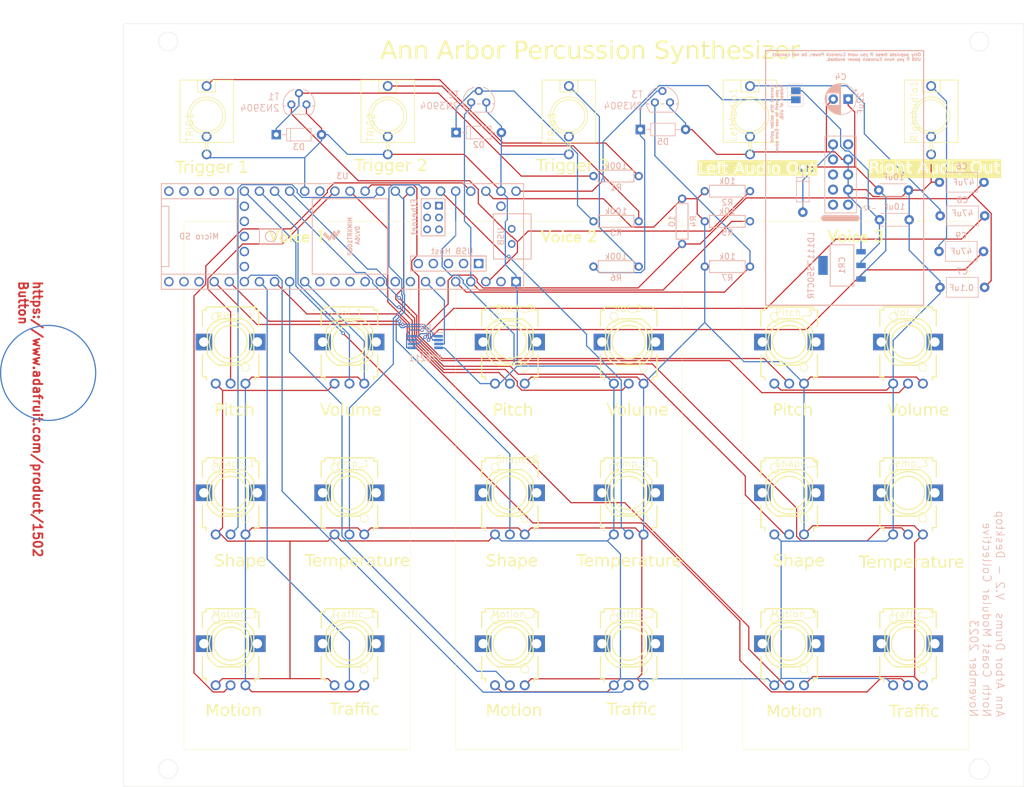
<source format=kicad_pcb>
(kicad_pcb (version 20221018) (generator pcbnew)
  (layers (0 "F.Cu" signal) (31 "B.Cu" signal) (34 "B.Paste" user) (35 "F.Paste" user) (36 "B.SilkS" user "B.Silkscreen") (37 "F.SilkS" user "F.Silkscreen") (38 "B.Mask" user) (39 "F.Mask" user) (44 "Edge.Cuts" user))
  (net 0 "")
  (net 1 "GND")
  (net 2 "Net-(U2-VDD)")
  (net 3 "Net-(U2-LCH)")
  (net 4 "LeftAudio")
  (net 5 "Net-(U2-RCH)")
  (net 6 "RightAudio")
  (net 7 "Motion1")
  (net 8 "3v3")
  (net 9 "Motion2")
  (net 10 "Motion3")
  (net 11 "Pitch1")
  (net 12 "Pitch2")
  (net 13 "Pitch3")
  (net 14 "Net-(TRIG1-2)")
  (net 15 "Trig_1")
  (net 16 "Net-(TRIG2-2)")
  (net 17 "Trig_2")
  (net 18 "Net-(TRIG3-2)")
  (net 19 "Trig_3")
  (net 20 "Shape1")
  (net 21 "Shape2")
  (net 22 "Shape3")
  (net 23 "Temp1")
  (net 24 "Temp2")
  (net 25 "Temp3")
  (net 26 "Traffic1")
  (net 27 "Traffic2")
  (net 28 "Traffic3")
  (net 32 "BLCK")
  (net 33 "WS")
  (net 34 "DIN")
  (net 42 "Net-(Connect_For_Euro_Power1-B)")
  (net 52 "Vol_01")
  (net 53 "Vol_02")
  (net 54 "Vol_03")
  (net 79 "Net-(D5-K)")
  (net 80 "Net-(D2-K)")
  (net 81 "Net-(D3-K)")
  (net 82 "+12V")
  (net 83 "+5V")
  (net 84 "-12V")
  (net 89 "Net-(D4-A)")
  (footprint "A2 Drums:EVUFXL" (layer "F.Cu") (at 112 79)
    (fp_text reference "Shape_3")
    (fp_text value "US-EVUL")
  )
  (footprint "A2 Drums:EVUFXL" (layer "F.Cu") (at 65 53.6)
    (fp_text reference "Pitch_2")
    (fp_text value "US-EVUL")
  )
  (footprint "A2 Drums:WQP-PJ301M-12_JACK" (layer "F.Cu") (at 135.89 15.5)
    (fp_text reference "RightAudio1")
    (fp_text value "RightAudio")
  )
  (footprint "A2 Drums:WQP-PJ301M-12_JACK" (layer "F.Cu") (at 74.93 15.5)
    (fp_text reference "TRIG3")
    (fp_text value "Trigger 03")
  )
  (footprint "A2 Drums:EVUFXL" (layer "F.Cu") (at 38 79)
    (fp_text reference "Temp_1")
    (fp_text value "US-EVUL")
  )
  (footprint "A2 Drums:EVUFXL" (layer "F.Cu") (at 38 53.6)
    (fp_text reference "Vol_1")
    (fp_text value "US-EVUL")
  )
  (footprint "A2 Drums:EVUFXL" (layer "F.Cu") (at 85 79)
    (fp_text reference "Temp_2")
    (fp_text value "US-EVUL")
  )
  (footprint "A2 Drums:EVUFXL" (layer "F.Cu") (at 65 104.4)
    (fp_text reference "Motion_2")
    (fp_text value "US-EVUL")
  )
  (footprint "A2 Drums:WQP-PJ301M-12_JACK" (layer "F.Cu") (at 105.41 15.5)
    (fp_text reference "LeftAudio1")
    (fp_text value "LeftAudio")
  )
  (footprint "A2 Drums:EVUFXL" (layer "F.Cu") (at 18 104.4)
    (fp_text reference "Motion_1")
    (fp_text value "US-EVUL")
  )
  (footprint "A2 Drums:EVUFXL" (layer "F.Cu") (at 132 79)
    (fp_text reference "Temp_3")
    (fp_text value "US-EVUL")
  )
  (footprint "A2 Drums:EVUFXL" (layer "F.Cu") (at 38 104.4)
    (fp_text reference "Traffic_1")
    (fp_text value "US-EVUL")
  )
  (footprint "A2 Drums:EVUFXL" (layer "F.Cu") (at 85 53.6)
    (fp_text reference "Vol_2")
    (fp_text value "US-EVUL")
  )
  (footprint "A2 Drums:WQP-PJ301M-12_JACK" (layer "F.Cu") (at 13.97 15.5)
    (fp_text reference "TRIG1")
    (fp_text value "Trigger 01")
  )
  (footprint "A2 Drums:EVUFXL" (layer "F.Cu") (at 18 53.6)
    (fp_text reference "Pitch_1")
    (fp_text value "US-EVUL")
  )
  (footprint "A2 Drums:EVUFXL" (layer "F.Cu") (at 132 53.6)
    (fp_text reference "Vol_3")
    (fp_text value "US-EVUL")
  )
  (footprint "A2 Drums:EVUFXL" (layer "F.Cu") (at 18 79)
    (fp_text reference "Shape_1")
    (fp_text value "US-EVUL")
  )
  (footprint "A2 Drums:WQP-PJ301M-12_JACK" (layer "F.Cu") (at 44.45 15.5)
    (fp_text reference "TRIG2")
    (fp_text value "Trigger 02")
  )
  (footprint "A2 Drums:EVUFXL" (layer "F.Cu") (at 112 104.4)
    (fp_text reference "Motion_3")
    (fp_text value "US-EVUL")
  )
  (footprint "A2 Drums:EVUFXL" (layer "F.Cu") (at 132 104.4)
    (fp_text reference "Traffic_3")
    (fp_text value "US-EVUL" hide)
  )
  (footprint "A2 Drums:EVUFXL" (layer "F.Cu") (at 65 79)
    (fp_text reference "Shape_2")
    (fp_text value "US-EVUL")
  )
  (footprint "A2 Drums:EVUFXL" (layer "F.Cu") (at 112 53.6)
    (fp_text reference "Pitch_3")
    (fp_text value "US-EVUL")
  )
  (footprint "A2 Drums:EVUFXL" (layer "F.Cu") (at 85 104.4)
    (fp_text reference "Traffic_2")
    (fp_text value "US-EVUL")
  )
  (footprint "Package_SO:VSSOP-8_3.0x3.0mm_P0.65mm" (layer "B.Cu") (at 50.8 53.6 180)
    (fp_text reference "U2")
    (fp_text value "PT8211")
  )
  (footprint "Capacitor_THT:C_Disc_D4.3mm_W1.9mm_P5.00mm" (layer "B.Cu") (at 127.1905 33.0171)
    (fp_text reference "C3" hide)
    (fp_text value "10uF")
  )
  (footprint "PCM_4ms_Connector:Pins_2x05_2.54mm_TH_Europower" (layer "B.Cu") (at 120.65 25.4 180)
    (fp_text reference "J1" hide)
    (fp_text value "Eurorack_Power_10pin_Unshrouded" hide)
  )
  (footprint "A2 Drums:TO92" (layer "B.Cu") (at 59.7604 13.2476 180)
    (fp_text reference "T2")
    (fp_text value "2N3904")
  )
  (footprint "PCM_4ms_Diode:D_DO-35_P7.62mm_Horizontal" (layer "B.Cu") (at 59.7604 18.3276)
    (fp_text reference "D2")
    (fp_text value "DIODESOD-123" hide)
  )
  (footprint "Capacitor_THT:C_Disc_D4.3mm_W1.9mm_P5.00mm" (layer "B.Cu") (at 127.08 28.02)
    (fp_text reference "C2" hide)
    (fp_text value "10uF")
  )
  (footprint "Capacitor_THT:C_Axial_L5.1mm_D3.1mm_P7.50mm_Horizontal" (layer "B.Cu") (at 144.8798 44.3887 180)
    (fp_text reference "C7")
    (fp_text value "0.1uF")
  )
  (footprint "PCM_4ms_Resistor:R_Axial_DIN0207_L6.3mm_D2.5mm_P7.62mm_Horizontal" (layer "B.Cu") (at 101.6 33.28 180)
    (fp_text reference "R5")
    (fp_text value "10k")
  )
  (footprint "PCM_4ms_Resistor:R_Axial_DIN0207_L6.3mm_D2.5mm_P7.62mm_Horizontal" (layer "B.Cu") (at 82.87 33.28 180)
    (fp_text reference "R3")
    (fp_text value "100k")
  )
  (footprint "Capacitor_THT:C_Axial_L5.1mm_D3.1mm_P7.50mm_Horizontal" (layer "B.Cu") (at 144.9073 32.3571 180)
    (fp_text reference "C8")
    (fp_text value "47uF")
  )
  (footprint "PCM_4ms_Resistor:R_Axial_DIN0207_L6.3mm_D2.5mm_P7.62mm_Horizontal" (layer "B.Cu") (at 82.87 25.66 180)
    (fp_text reference "R1")
    (fp_text value "100k")
  )
  (footprint "Capacitor_THT:C_Axial_L5.1mm_D3.1mm_P7.50mm_Horizontal" (layer "B.Cu") (at 144.78 26.69 180)
    (fp_text reference "C6")
    (fp_text value "47uF")
  )
  (footprint "A2 Drums:TO92" (layer "B.Cu") (at 29.4976 13.6043 180)
    (fp_text reference "T1")
    (fp_text value "2N3904")
  )
  (footprint "PCM_4ms_Resistor:R_Axial_DIN0207_L6.3mm_D2.5mm_P7.62mm_Horizontal" (layer "B.Cu") (at 101.6 40.9 180)
    (fp_text reference "R7")
    (fp_text value "10k")
  )
  (footprint "PCM_4ms_Resistor:R_Axial_DIN0207_L6.3mm_D2.5mm_P7.62mm_Horizontal" (layer "B.Cu") (at 93.98 33.28 -90)
    (fp_text reference "R4")
    (fp_text value "10")
  )
  (footprint "teensy:Teensy41" (layer "B.Cu") (at 36.83 35.82 180)
    (fp_text reference "U3")
    (fp_text value "Teensy4.1")
  )
  (footprint "PCM_4ms_SolderJumper:JUMPER_SMD_1x2" (layer "B.Cu") (at 113.1173 12.0458 -90)
    (fp_text reference "Connect_For_Euro_Power1" hide)
    (fp_text value "SolderJumper_2_Open")
  )
  (footprint "Capacitor_THT:CP_Radial_D5.0mm_P2.50mm" (layer "B.Cu") (at 121.92 12.7 180)
    (fp_text reference "C4")
    (fp_text value "22uF")
  )
  (footprint "Capacitor_THT:C_Axial_L5.1mm_D3.1mm_P7.50mm_Horizontal" (layer "B.Cu") (at 144.7079 38.3396 180)
    (fp_text reference "C9")
    (fp_text value "47uF")
  )
  (footprint "PCM_4ms_Diode:D_DO-35_P7.62mm_Horizontal" (layer "B.Cu") (at 29.4976 18.6843)
    (fp_text reference "D3")
    (fp_text value "DIODESOD-123" hide)
  )
  (footprint "PCM_4ms_Diode:D_DO-35_P7.62mm_Horizontal" (layer "B.Cu") (at 114.3 27.94 -90)
    (fp_text reference "D4" hide)
    (fp_text value "D_Generic" hide)
  )
  (footprint "PCM_4ms_Resistor:R_Axial_DIN0207_L6.3mm_D2.5mm_P7.62mm_Horizontal" (layer "B.Cu") (at 101.6 28.2 180)
    (fp_text reference "R2")
    (fp_text value "10k")
  )
  (footprint "A2 Drums:TO92" (layer "B.Cu") (at 90.6701 13.2476 180)
    (fp_text reference "T3")
    (fp_text value "2N3904")
  )
  (footprint "LD1117S50CTR SOT 223 Eurorack power:SOT-223_STM" (layer "B.Cu") (at 120.8915 40.6982 -90)
    (fp_text reference "CR1")
    (fp_text value "LD1117S50CTR")
  )
  (footprint "PCM_4ms_Resistor:R_Axial_DIN0207_L6.3mm_D2.5mm_P7.62mm_Horizontal" (layer "B.Cu") (at 82.87 40.9 180)
    (fp_text reference "R6")
    (fp_text value "100k")
  )
  (footprint "PCM_4ms_Diode:D_DO-35_P7.62mm_Horizontal" (layer "B.Cu") (at 90.7599 17.8158)
    (fp_text reference "D5")
    (fp_text value "DIODESOD-123" hide)
  )
  (gr_circle (center -12.7 58.8) (end -4.7 58.8) (stroke (width 0.2)) (fill none) (layer "B.Cu"))
  (gr_circle (center 144 125.5) (end 145.722905 125.5) (stroke (width 0.05)) (fill none) (layer "Edge.Cuts"))
  (gr_rect (start 0 0) (end 151.5 128.5) (stroke (width 0.05)) (fill none) (layer "Edge.Cuts"))
  (gr_circle (center 7.5 125.5) (end 9.1 125.5) (stroke (width 0.05)) (fill none) (layer "Edge.Cuts"))
  (gr_circle (center 7.5 3) (end 9.1 3) (stroke (width 0.05)) (fill none) (layer "Edge.Cuts"))
  (gr_circle (center 144 3) (end 145.6 3) (stroke (width 0.05)) (fill none) (layer "Edge.Cuts"))
  (gr_text "https://www.adafruit.com/product/1502\nButton" (at -17.78 43.18 -90) (layer "F.Cu") (effects (font (size 1.5 1.5) (thickness 0.3) bold) (justify left bottom)))
  (gr_text "Ann Arbor Drums  V.2 - Desktop\nNorth Coast Modular Collective\nNovember 2023" (at 142.24 116.84 270) (layer "B.SilkS") (effects (font (size 1.38 1.38) (thickness 0.12)) (justify left bottom mirror)))
  (gr_text "Connect this solder point\nif you want to use Euro power\ninstead of USB. " (at 111.010228 10.16 90) (layer "B.SilkS") (effects (font (size 0.5 0.5) (thickness 0.125) bold) (justify left bottom mirror)))
  (gr_text "Pitch" (at 15.239967 66.300033) (layer "F.SilkS") (effects (font (size 2 2)) (justify left bottom)))
  (gr_text "Traffic" (at 34.638769 116.716982) (layer "F.SilkS") (effects (font (size 2 2)) (justify left bottom)))
  (gr_text "Motion" (at 13.763401 116.8867) (layer "F.SilkS") (effects (font (size 2 2)) (justify left bottom)))
  (gr_text "Shape" (at 109.219967 91.700033) (layer "F.SilkS") (effects (font (size 2 2)) (justify left bottom)))
  (gr_text "Trigger 1" (at 8.702345 25.464665) (layer "F.SilkS") (effects (font (size 2 2)) (justify left bottom)))
  (gr_text "Ann Arbor Percussion Synthesizer" (at 43.18 6.434435) (layer "F.SilkS") (effects (font (size 3 3)) (justify left bottom)))
  (gr_text "Traffic" (at 128.832502 117.056419) (layer "F.SilkS") (effects (font (size 2 2)) (justify left bottom)))
  (gr_text "Traffic" (at 81.279967 116.716982) (layer "F.SilkS") (effects (font (size 2 2)) (justify left bottom)))
  (gr_text "Temperature" (at 76.199967 91.700033) (layer "F.SilkS") (effects (font (size 2 2)) (justify left bottom)))
  (gr_text "Trigger 2" (at 38.835943 25.164054) (layer "F.SilkS") (effects (font (size 2 2)) (justify left bottom)))
  (gr_text "Temperature" (at 123.740949 91.93809) (layer "F.SilkS") (effects (font (size 2 2)) (justify left bottom)))
  (gr_text "Left Audio Out" (at 96.519967 25.660033) (layer "F.SilkS" knockout) (effects (font (size 2 2)) (justify left bottom)))
  (gr_text "Volume" (at 33.019967 66.300033) (layer "F.SilkS") (effects (font (size 2 2)) (justify left bottom)))
  (gr_text "Pitch" (at 109.219967 66.300033) (layer "F.SilkS") (effects (font (size 2 2)) (justify left bottom)))
  (gr_text "Volume" (at 81.279967 66.300033) (layer "F.SilkS") (effects (font (size 2 2)) (justify left bottom)))
  (gr_text "Volume" (at 128.493065 66.310606) (layer "F.SilkS") (effects (font (size 2 2)) (justify left bottom)))
  (gr_text "Shape" (at 60.959967 91.700033) (layer "F.SilkS") (effects (font (size 2 2)) (justify left bottom)))
  (gr_text "Trigger 3" (at 69.412905 25.164054) (layer "F.SilkS") (effects (font (size 2 2)) (justify left bottom)))
  (gr_text "Shape" (at 15.239967 91.700033) (layer "F.SilkS") (effects (font (size 2 2)) (justify left bottom)))
  (gr_text "Temperature" (at 30.479967 91.700033) (layer "F.SilkS") (effects (font (size 2 2)) (justify left bottom)))
  (gr_text "Pitch" (at 62.133156 66.310606) (layer "F.SilkS") (effects (font (size 2 2)) (justify left bottom)))
  (gr_text "Motion" (at 60.959967 116.8867) (layer "F.SilkS") (effects (font (size 2 2)) (justify left bottom)))
  (gr_text "Motion" (at 108.126852 117.056419) (layer "F.SilkS") (effects (font (size 2 2)) (justify left bottom)))
  (gr_text "Right Audio Out" (at 125.336811 25.516675) (layer "F.SilkS" knockout) (effects (font (size 2 2)) (justify left bottom)))
  (gr_text_box "Only populate these if you want Eurorack Power. Do not connect USB if you have Eurorack power enabled. " (start 108.030395 4.532719) (end 134.62 47.412775) (layer "B.SilkS") (effects (font (size 0.5 0.5) (thickness 0.125) bold) (justify left top mirror)) (stroke (width 0.2)))
  (gr_text_box "Voice 2" (start 55.879967 33.280033) (end 93.979967 122.180033) (layer "F.SilkS") (effects (font (size 2 2)) (justify top)) (stroke (width 0.05)))
  (gr_text_box "Voice 3" (start 104.139967 33.280033) (end 142.239967 122.180033) (layer "F.SilkS") (effects (font (size 2 2)) (justify top)) (stroke (width 0.05)))
  (gr_text_box "Voice 1" (start 10.159967 33.280033) (end 48.259967 122.180033) (layer "F.SilkS") (effects (font (size 2 2)) (justify top)) (stroke (width 0.05)))
  (segment (start 63.6028 112.5028) (end 62.5 111.4) (width 0.2) (layer "F.Cu") (net 1))
  (segment (start 99.8066 22) (end 105.41 22) (width 0.2) (layer "F.Cu") (net 1))
  (segment (start 16.649 61.749) (end 34.351 61.749) (width 0.2) (layer "F.Cu") (net 1))
  (segment (start 119.6853 21.59) (end 118.2664 21.59) (width 0.2) (layer "F.Cu") (net 1))
  (segment (start 35.5 86) (end 34.3749 87.1251) (width 0.2) (layer "F.Cu") (net 1))
  (segment (start 129.5 60.6) (end 128.4015 61.6985) (width 0.2) (layer "F.Cu") (net 1))
  (segment (start 34.3749 87.1251) (end 28 87.1251) (width 0.2) (layer "F.Cu") (net 1))
  (segment (start 34.3821 110.2821) (end 28 110.2821) (width 0.2) (layer "F.Cu") (net 1))
  (segment (start 28 110.2821) (end 16.6179 110.2821) (width 0.2) (layer "F.Cu") (net 1))
  (segment (start 16.649 61.749) (end 15.5 60.6) (width 0.2) (layer "F.Cu") (net 1))
  (segment (start 57.3 22) (end 44.45 22) (width 0.2) (layer "F.Cu") (net 1))
  (segment (start 105.41 22) (end 105.82 21.59) (width 0.2) (layer "F.Cu") (net 1))
  (segment (start 95.6224 17.8158) (end 99.8066 22) (width 0.2) (layer "F.Cu") (net 1))
  (segment (start 28 87.1251) (end 17.4996 87.1251) (width 0.2) (layer "F.Cu") (net 1))
  (segment (start 62.5 86) (end 61.4092 87.0908) (width 0.2) (layer "F.Cu") (net 1))
  (segment (start 130.9976 29.1024) (end 126.1156 29.1024) (width 0.2) (layer "F.Cu") (net 1))
  (segment (start 135.89 26.69) (end 134.56 28.02) (width 0.2) (layer "F.Cu") (net 1))
  (segment (start 33.3076 18.6843) (end 33.3076 17.6318) (width 0.2) (layer "F.Cu") (net 1))
  (segment (start 135.89 22) (end 135.89 26.69) (width 0.2) (layer "F.Cu") (net 1))
  (segment (start 36.5908 87.0908) (end 35.5 86) (width 0.2) (layer "F.Cu") (net 1))
  (segment (start 15.5 86) (end 15.9373 85.5627) (width 0.2) (layer "F.Cu") (net 1))
  (segment (start 35.5 111.4) (end 34.3821 110.2821) (width 0.2) (layer "F.Cu") (net 1))
  (segment (start 30.7676 15.0918) (end 30.7676 13.6043) (width 0.2) (layer "F.Cu") (net 1))
  (segment (start 105.82 21.59) (end 118.2664 21.59) (width 0.2) (layer "F.Cu") (net 1))
  (segment (start 16.649 84.851) (end 16.649 61.749) (width 0.2) (layer "F.Cu") (net 1))
  (segment (start 121.92 22.86) (end 120.8175 22.86) (width 0.2) (layer "F.Cu") (net 1))
  (segment (start 134.56 28.02) (end 132.08 28.02) (width 0.2) (layer "F.Cu") (net 1))
  (segment (start 15.9373 85.5627) (end 16.649 84.851) (width 0.2) (layer "F.Cu") (net 1))
  (segment (start 110.5985 61.6985) (end 109.5 60.6) (width 0.2) (layer "F.Cu") (net 1))
  (segment (start 63.5 28.2) (end 57.3 22) (width 0.2) (layer "F.Cu") (net 1))
  (segment (start 118.2664 13.8536) (end 119.42 12.7) (width 0.2) (layer "F.Cu") (net 1))
  (segment (start 16.6179 110.2821) (end 15.5 111.4) (width 0.2) (layer "F.Cu") (net 1))
  (segment (start 82.5 111.4) (end 81.3972 112.5028) (width 0.2) (layer "F.Cu") (net 1))
  (segment (start 81.3972 112.5028) (end 63.6028 112.5028) (width 0.2) (layer "F.Cu") (net 1))
  (segment (start 120.8175 22.7222) (end 119.6853 21.59) (width 0.2) (layer "F.Cu") (net 1))
  (segment (start 126.1156 29.1024) (end 124.9532 27.94) (width 0.2) (layer "F.Cu") (net 1))
  (segment (start 124.9532 27.94) (end 121.92 27.94) (width 0.2) (layer "F.Cu") (net 1))
  (segment (start 94.5699 17.8158) (end 95.6224 17.8158) (width 0.2) (layer "F.Cu") (net 1))
  (segment (start 118.2664 21.59) (end 118.2664 13.8536) (width 0.2) (layer "F.Cu") (net 1))
  (segment (start 28 87.1251) (end 28 110.2821) (width 0.2) (layer "F.Cu") (net 1))
  (segment (start 137.28 26.69) (end 136.2275 26.69) (width 0.2) (layer "F.Cu") (net 1))
  (segment (start 33.3076 17.6318) (end 30.7676 15.0918) (width 0.2) (layer "F.Cu") (net 1))
  (segment (start 61.4092 87.0908) (end 36.5908 87.0908) (width 0.2) (layer "F.Cu") (net 1))
  (segment (start 34.351 61.749) (end 35.5 60.6) (width 0.2) (layer "F.Cu") (net 1))
  (segment (start 132.08 28.02) (end 130.9976 29.1024) (width 0.2) (layer "F.Cu") (net 1))
  (segment (start 120.8175 22.86) (end 120.8175 22.7222) (width 0.2) (layer "F.Cu") (net 1))
  (segment (start 135.89 26.69) (end 136.2275 26.69) (width 0.2) (layer "F.Cu") (net 1))
  (segment (start 17.4996 87.1251) (end 15.9373 85.5627) (width 0.2) (layer "F.Cu") (net 1))
  (segment (start 128.4015 61.6985) (end 110.5985 61.6985) (width 0.2) (layer "F.Cu") (net 1))
  (segment (start 63.5704 22) (end 63.5704 19.3801) (width 0.2) (layer "B.Cu") (net 1))
  (segment (start 63.5704 22) (end 74.93 22) (width 0.2) (layer "B.Cu") (net 1))
  (segment (start 128.3683 87.1317) (end 129.5 86) (width 0.2) (layer "B.Cu") (net 1))
  (segment (start 82.5 60.6) (end 79.5482 57.6482) (width 0.2) (layer "B.Cu") (net 1))
  (segment (start 82.5 86) (end 81.4092 87.0908) (width 0.2) (layer "B.Cu") (net 1))
  (segment (start 129.5 111.4) (end 128.3549 110.2549) (width 0.2) (layer "B.Cu") (net 1))
  (segment (start 121.92 22.86) (end 121.92 25.4) (width 0.2) (layer "B.Cu") (net 1))
  (segment (start 63.2944 60.6) (end 62.5 60.6) (width 0.2) (layer "B.Cu") (net 1))
  (segment (start 63.5704 18.3276) (end 63.5704 19.3801) (width 0.2) (layer "B.Cu") (net 1))
  (segment (start 63.5908 87.0908) (end 62.5 86) (width 0.2) (layer "B.Cu") (net 1))
  (segment (start 109.5 86) (end 110.6317 87.1317) (width 0.2) (layer "B.Cu") (net 1))
  (segment (start 33.3076 18.6843) (end 33.3076 19.7368) (width 0.2) (layer "B.Cu") (net 1))
  (segment (start 94.5699 17.8158) (end 94.5699 16.7633) (width 0.2) (layer "B.Cu") (net 1))
  (segment (start 121.92 27.94) (end 121.92 29.0425) (width 0.2) (layer "B.Cu") (net 1))
  (segment (start 64.242 33.3114) (end 64.242 40.5895) (width 0.2) (layer "B.Cu") (net 1))
  (segment (start 132.1905 28.1305) (end 132.1905 33.0171) (width 0.2) (layer "B.Cu") (net 1))
  (segment (start 63.5 28.2) (end 64.5718 29.2718) (width 0.2) (layer "B.Cu") (net 1))
  (segment (start 128.3549 110.2549) (end 110.6451 110.2549) (width 0.2) (layer "B.Cu") (net 1))
  (segment (start 53 54.575) (end 53.9775 54.575) (width 0.2) (layer "B.Cu") (net 1))
  (segment (start 109.5 111.4) (end 108.3937 110.2937) (width 0.2) (layer "B.Cu") (net 1))
  (segment (start 110.6451 110.2549) (end 109.5 111.4) (width 0.2) (layer "B.Cu") (net 1))
  (segment (start 82.5 86) (end 82.5 60.6) (width 0.2) (layer "B.Cu") (net 1))
  (segment (start 124.0919 38.3982) (end 124.0919 37.6885) (width 0.2) (layer "B.Cu") (net 1))
  (segment (start 137.3798 44.3887) (end 137.3798 43.3362) (width 0.2) (layer "B.Cu") (net 1))
  (segment (start 132.1905 38.1469) (end 132.1905 33.0171) (width 0.2) (layer "B.Cu") (net 1))
  (segment (start 121.92 25.4) (end 121.92 27.94) (width 0.2) (layer "B.Cu") (net 1))
  (segment (start 44.45 22) (end 37.6758 22) (width 0.2) (layer "B.Cu") (net 1))
  (segment (start 81.4092 87.0908) (end 83.6063 89.2879) (width 0.2) (layer "B.Cu") (net 1))
  (segment (start 60.0025 60.6) (end 62.5 60.6) (width 0.2) (layer "B.Cu") (net 1))
  (segment (start 61.0304 14.7351) (end 61.0304 13.2476) (width 0.2) (layer "B.Cu") (net 1))
  (segment (start 121.92 29.0425) (end 122.0579 29.0425) (width 0.2) (layer "B.Cu") (net 1))
  (segment (start 14.5344 22.5644) (end 13.97 22) (width 0.2) (layer "B.Cu") (net 1))
  (segment (start 110.6451 110.2549) (end 110.6451 87.1317) (width 0.2) (layer "B.Cu") (net 1))
  (segment (start 91.9401 13.2476) (end 91.9401 14.1618) (width 0.2) (layer "B.Cu") (net 1))
  (segment (start 137.3798 43.3362) (end 132.1905 38.1469) (width 0.2) (layer "B.Cu") (net 1))
  (segment (start 81.4092 87.0908) (end 63.5908 87.0908) (width 0.2) (layer "B.Cu") (net 1))
  (segment (start 64.5718 32.9816) (end 64.242 33.3114) (width 0.2) (layer "B.Cu") (net 1))
  (segment (start 30.48 22.5644) (end 33.3076 19.7368) (width 0.2) (layer "B.Cu") (net 1))
  (segment (start 79.5482 57.6482) (end 66.2462 57.6482) (width 0.2) (layer "B.Cu") (net 1))
  (segment (start 124.0919 31.0765) (end 124.0919 37.6885) (width 0.2) (layer "B.Cu") (net 1))
  (segment (start 83.6063 110.2937) (end 82.5 111.4) (width 0.2) (layer "B.Cu") (net 1))
  (segment (start 94.5699 16.7633) (end 91.9684 14.1618) (width 0.2) (layer "B.Cu") (net 1))
  (segment (start 64.242 40.5895) (end 66.04 42.3875) (width 0.2) (layer "B.Cu") (net 1))
  (segment (start 63.5704 17.2751) (end 61.0304 14.7351) (width 0.2) (layer "B.Cu") (net 1))
  (segment (start 33.3076 18.6843) (end 34.3601 18.6843) (width 0.2) (layer "B.Cu") (net 1))
  (segment (start 110.6451 87.1317) (end 128.3683 87.1317) (width 0.2) (layer "B.Cu") (net 1))
  (segment (start 30.48 28.2) (end 30.48 22.5644) (width 0.2) (layer "B.Cu") (net 1))
  (segment (start 63.5 28.2) (end 63.5 22.0704) (width 0.2) (layer "B.Cu") (net 1))
  (segment (start 64.5718 29.2718) (end 64.5718 32.9816) (width 0.2) (layer "B.Cu") (net 1))
  (segment (start 91.9684 14.1618) (end 91.9401 14.1618) (width 0.2) (layer "B.Cu") (net 1))
  (segment (start 110.6317 87.1317) (end 110.6451 87.1317) (width 0.2) (layer "B.Cu") (net 1))
  (segment (start 66.04 43.44) (end 66.04 44.4925) (width 0.2) (layer "B.Cu") (net 1))
  (segment (start 63.5 22.0704) (end 63.5704 22) (width 0.2) (layer "B.Cu") (net 1))
  (segment (start 30.48 22.5644) (end 14.5344 22.5644) (width 0.2) (layer "B.Cu") (net 1))
  (segment (start 66.2462 44.6987) (end 66.04 44.4925) (width 0.2) (layer "B.Cu") (net 1))
  (segment (start 129.5 86) (end 129.5 60.6) (width 0.2) (layer "B.Cu") (net 1))
  (segment (start 83.6063 89.2879) (end 83.6063 110.2937) (width 0.2) (layer "B.Cu") (net 1))
  (segment (start 63.5704 18.3276) (end 63.5704 17.2751) (width 0.2) (layer "B.Cu") (net 1))
  (segment (start 129.5 53.321) (end 137.3798 45.4412) (width 0.2) (layer "B.Cu") (net 1))
  (segment (start 66.2462 57.6482) (end 63.2944 60.6) (width 0.2) (layer "B.Cu") (net 1))
  (segment (start 129.5 60.6) (end 129.5 53.321) (width 0.2) (layer "B.Cu") (net 1))
  (segment (start 137.3798 44.3887) (end 137.3798 45.4412) (width 0.2) (layer "B.Cu") (net 1))
  (segment (start 66.04 43.44) (end 66.04 42.3875) (width 0.2) (layer "B.Cu") (net 1))
  (segment (start 53.9775 54.575) (end 60.0025 60.6) (width 0.2) (layer "B.Cu") (net 1))
  (segment (start 132.08 28.02) (end 132.1905 28.1305) (width 0.2) (layer "B.Cu") (net 1))
  (segment (start 122.0579 29.0425) (end 124.0919 31.0765) (width 0.2) (layer "B.Cu") (net 1))
  (segment (start 108.3937 110.2937) (end 83.6063 110.2937) (width 0.2) (layer "B.Cu") (net 1))
  (segment (start 66.2462 57.6482) (end 66.2462 44.6987) (width 0.2) (layer "B.Cu") (net 1))
  (segment (start 37.6758 22) (end 34.3601 18.6843) (width 0.2) (layer "B.Cu") (net 1))
  (segment (start 145.9871 43.2814) (end 144.8798 44.3887) (width 0.2) (layer "F.Cu") (net 2))
  (segment (start 59.4794 43.4828) (end 60.4891 44.4925) (width 0.2) (layer "F.Cu") (net 2))
  (segment (start 54.61 47.1949) (end 54.61 43.211) (width 0.2) (layer "F.Cu") (net 2))
  (segment (start 97.0187 37.09) (end 104.7762 29.3325) (width 0.2) (layer "F.Cu") (net 2))
  (segment (start 93.98 37.09) (end 97.0187 37.09) (width 0.2) (layer "F.Cu") (net 2))
  (segment (start 142.7587 28.7113) (end 144.78 26.69) (width 0.2) (layer "F.Cu") (net 2))
  (segment (start 142.7587 28.7113) (end 145.9871 31.9397) (width 0.2) (layer "F.Cu") (net 2))
  (segment (start 142.0101 29.4599) (end 142.7587 28.7113) (width 0.2) (layer "F.Cu") (net 2))
  (segment (start 86.5775 44.4925) (end 93.98 37.09) (width 0.2) (layer "F.Cu") (net 2))
  (segment (start 54.61 43.211) (end 55.4868 42.3342) (width 0.2) (layer "F.Cu") (net 2))
  (segment (start 55.4868 42.3342) (end 58.8206 42.3342) (width 0.2) (layer "F.Cu") (net 2))
  (segment (start 145.9871 31.9397) (end 145.9871 43.2814) (width 0.2) (layer "F.Cu") (net 2))
  (segment (start 58.8206 42.3342) (end 59.4794 42.993) (width 0.2) (layer "F.Cu") (net 2))
  (segment (start 59.4794 42.993) (end 59.4794 43.4828) (width 0.2) (layer "F.Cu") (net 2))
  (segment (start 125.122 29.4599) (end 142.0101 29.4599) (width 0.2) (layer "F.Cu") (net 2))
  (segment (start 124.9946 29.3325) (end 125.122 29.4599) (width 0.2) (layer "F.Cu") (net 2))
  (segment (start 60.4891 44.4925) (end 86.5775 44.4925) (width 0.2) (layer "F.Cu") (net 2))
  (segment (start 50.2253 51.5796) (end 54.61 47.1949) (width 0.2) (layer "F.Cu") (net 2))
  (segment (start 104.7762 29.3325) (end 124.9946 29.3325) (width 0.2) (layer "F.Cu") (net 2))
  (via (at 50.2253 51.5796) (size 0.6) (drill 0.3) (layers "F.Cu" "B.Cu") (net 2))
  (segment (start 50.2253 51.5796) (end 48.2897 51.5796) (width 0.2) (layer "B.Cu") (net 2))
  (segment (start 48.6 54.575) (end 47.6225 54.575) (width 0.2) (layer "B.Cu") (net 2))
  (segment (start 47.6225 52.2468) (end 47.6225 54.575) (width 0.2) (layer "B.Cu") (net 2))
  (segment (start 48.2897 51.5796) (end 47.6225 52.2468) (width 0.2) (layer "B.Cu") (net 2))
  (segment (start 144.9073 32.3571) (end 140.9941 36.2703) (width 0.2) (layer "F.Cu") (net 3))
  (segment (start 140.9941 36.2703) (end 119.8488 36.2703) (width 0.2) (layer "F.Cu") (net 3))
  (segment (start 119.8488 36.2703) (end 108.1874 47.9317) (width 0.2) (layer "F.Cu") (net 3))
  (segment (start 55.5562 47.9317) (end 50.7349 52.753) (width 0.2) (layer "F.Cu") (net 3))
  (segment (start 108.1874 47.9317) (end 55.5562 47.9317) (width 0.2) (layer "F.Cu") (net 3))
  (via (at 50.7349 52.753) (size 0.6) (drill 0.3) (layers "F.Cu" "B.Cu") (net 3))
  (segment (start 49.5775 53.9104) (end 50.7349 52.753) (width 0.2) (layer "B.Cu") (net 3))
  (segment (start 48.6 53.925) (end 49.5775 53.925) (width 0.2) (layer "B.Cu") (net 3))
  (segment (start 49.5775 53.925) (end 49.5775 53.9104) (width 0.2) (layer "B.Cu") (net 3))
  (segment (start 124.6451 13.4394) (end 121.6527 10.447) (width 0.2) (layer "B.Cu") (net 4))
  (segment (start 124.6451 18.5424) (end 124.6451 13.4394) (width 0.2) (layer "B.Cu") (net 4))
  (segment (start 137.4073 31.3046) (end 124.6451 18.5424) (width 0.2) (layer "B.Cu") (net 4))
  (segment (start 137.4073 32.3571) (end 137.4073 31.3046) (width 0.2) (layer "B.Cu") (net 4))
  (segment (start 105.463 10.447) (end 105.41 10.5) (width 0.2) (layer "B.Cu") (net 4))
  (segment (start 121.6527 10.447) (end 105.463 10.447) (width 0.2) (layer "B.Cu") (net 4))
  (segment (start 144.7079 38.3396) (end 141.5974 41.4501) (width 0.2) (layer "F.Cu") (net 5))
  (segment (start 114.9 51.5008) (end 53.0515 51.5008) (width 0.2) (layer "F.Cu") (net 5))
  (segment (start 141.5974 41.4501) (end 124.9507 41.4501) (width 0.2) (layer "F.Cu") (net 5))
  (segment (start 124.9507 41.4501) (end 114.9 51.5008) (width 0.2) (layer "F.Cu") (net 5))
  (segment (start 53.0515 51.5008) (end 51.3121 53.2402) (width 0.2) (layer "F.Cu") (net 5))
  (via (at 51.3121 53.2402) (size 0.6) (drill 0.3) (layers "F.Cu" "B.Cu") (net 5))
  (segment (start 48.6 52.625) (end 49.5775 52.625) (width 0.2) (layer "B.Cu") (net 5))
  (segment (start 51.0171 52.2004) (end 51.2874 52.4707) (width 0.2) (layer "B.Cu") (net 5))
  (segment (start 51.2874 53.2155) (end 51.3121 53.2402) (width 0.2) (layer "B.Cu") (net 5))
  (segment (start 51.2874 52.4707) (end 51.2874 53.2155) (width 0.2) (layer "B.Cu") (net 5))
  (segment (start 50.0021 52.2004) (end 51.0171 52.2004) (width 0.2) (layer "B.Cu") (net 5))
  (segment (start 49.5775 52.625) (end 50.0021 52.2004) (width 0.2) (layer "B.Cu") (net 5))
  (segment (start 138.4801 36.0149) (end 138.4801 13.0901) (width 0.2) (layer "B.Cu") (net 6))
  (segment (start 137.2079 37.2871) (end 138.4801 36.0149) (width 0.2) (layer "B.Cu") (net 6))
  (segment (start 137.2079 38.3396) (end 137.2079 37.2871) (width 0.2) (layer "B.Cu") (net 6))
  (segment (start 138.4801 13.0901) (end 135.89 10.5) (width 0.2) (layer "B.Cu") (net 6))
  (segment (start 16.8735 112.5265) (end 18 111.4) (width 0.2) (layer "F.Cu") (net 7))
  (segment (start 11.8474 109.308) (end 15.0659 112.5265) (width 0.2) (layer "F.Cu") (net 7))
  (segment (start 20.0756 34.55) (end 13.83 40.7956) (width 0.2) (layer "F.Cu") (net 7))
  (segment (start 57.0149 26.7949) (end 35.4738 26.7949) (width 0.2) (layer "F.Cu") (net 7))
  (segment (start 15.0659 112.5265) (end 16.8735 112.5265) (width 0.2) (layer "F.Cu") (net 7))
  (segment (start 34.29 27.9787) (end 34.29 28.425) (width 0.2) (layer "F.Cu") (net 7))
  (segment (start 34.29 28.425) (end 28.165 34.55) (width 0.2) (layer "F.Cu") (net 7))
  (segment (start 58.42 28.2) (end 57.0149 26.7949) (width 0.2) (layer "F.Cu") (net 7))
  (segment (start 28.165 34.55) (end 20.0756 34.55) (width 0.2) (layer "F.Cu") (net 7))
  (segment (start 35.4738 26.7949) (end 34.29 27.9787) (width 0.2) (layer "F.Cu") (net 7))
  (segment (start 11.8474 45.8297) (end 11.8474 109.308) (width 0.2) (layer "F.Cu") (net 7))
  (segment (start 13.83 43.8471) (end 11.8474 45.8297) (width 0.2) (layer "F.Cu") (net 7))
  (segment (start 13.83 40.7956) (end 13.83 43.8471) (width 0.2) (layer "F.Cu") (net 7))
  (segment (start 68.5944 110.3056) (end 86.4056 110.3056) (width 0.2) (layer "F.Cu") (net 8))
  (segment (start 68.5908 84.9092) (end 86.1075 84.9092) (width 0.2) (layer "F.Cu") (net 8))
  (segment (start 66.4092 84.9092) (end 41.5908 84.9092) (width 0.2) (layer "F.Cu") (net 8))
  (segment (start 39.4075 59.5075) (end 21.5925 59.5075) (width 0.2) (layer "F.Cu") (net 8))
  (segment (start 40.5 86) (end 39.4022 84.9022) (width 0.2) (layer "F.Cu") (net 8))
  (segment (start 133.1178 110.0178) (end 133.1178 109.9296) (width 0.2) (layer "F.Cu") (net 8))
  (segment (start 115.9704 109.9296) (end 114.5 111.4) (width 0.2) (layer "F.Cu") (net 8))
  (segment (start 68.5936 59.5064) (end 86.4064 59.5064) (width 0.2) (layer "F.Cu") (net 8))
  (segment (start 40.5 60.6) (end 39.4075 59.5075) (width 0.2) (layer "F.Cu") (net 8))
  (segment (start 41.5908 84.9092) (end 40.5 86) (width 0.2) (layer "F.Cu") (net 8))
  (segment (start 86.1075 84.9092) (end 87.1983 86) (width 0.2) (layer "F.Cu") (net 8))
  (segment (start 89.2074 34.2426) (end 93.98 29.47) (width 0.2) (layer "F.Cu") (net 8))
  (segment (start 87.5 86) (end 87.1983 86) (width 0.2) (layer "F.Cu") (net 8))
  (segment (start 134.5 86) (end 133.0296 84.5296) (width 0.2) (layer "F.Cu") (net 8))
  (segment (start 85.5006 34.2426) (end 89.2074 34.2426) (width 0.2) (layer "F.Cu") (net 8))
  (segment (start 67.5 111.4) (end 68.5944 110.3056) (width 0.2) (layer "F.Cu") (net 8))
  (segment (start 96.52 29.47) (end 96.52 32.01) (width 0.2) (layer "F.Cu") (net 8))
  (segment (start 80.728 29.47) (end 85.5006 34.2426) (width 0.2) (layer "F.Cu") (net 8))
  (segment (start 67.5 86) (end 68.5908 84.9092) (width 0.2) (layer "F.Cu") (net 8))
  (segment (start 87.1983 86) (end 87.1983 109.5129) (width 0.2) (layer "F.Cu") (net 8))
  (segment (start 93.98 29.47) (end 96.52 29.47) (width 0.2) (layer "F.Cu") (net 8))
  (segment (start 133.1178 87.3822) (end 134.5 86) (width 0.2) (layer "F.Cu") (net 8))
  (segment (start 133.1178 109.9296) (end 115.9704 109.9296) (width 0.2) (layer "F.Cu") (net 8))
  (segment (start 133.3972 59.4972) (end 115.6028 59.4972) (width 0.2) (layer "F.Cu") (net 8))
  (segment (start 86.4056 110.3056) (end 87.5 111.4) (width 0.2) (layer "F.Cu") (net 8))
  (segment (start 133.1178 109.9296) (end 133.1178 87.3822) (width 0.2) (layer "F.Cu") (net 8))
  (segment (start 39.4084 112.4916) (end 21.5916 112.4916) (width 0.2) (layer "F.Cu") (net 8))
  (segment (start 40.5 111.4) (end 39.4084 112.4916) (width 0.2) (layer "F.Cu") (net 8))
  (segment (start 87.1983 109.5129) (end 86.4056 110.3056) (width 0.2) (layer "F.Cu") (net 8))
  (segment (start 115.9704 84.5296) (end 114.5 86) (width 0.2) (layer "F.Cu") (net 8))
  (segment (start 62.23 29.47) (end 80.728 29.47) (width 0.2) (layer "F.Cu") (net 8))
  (segment (start 96.52 32.01) (end 97.79 33.28) (width 0.2) (layer "F.Cu") (net 8))
  (segment (start 133.0296 84.5296) (end 115.9704 84.5296) (width 0.2) (layer "F.Cu") (net 8))
  (segment (start 39.4022 84.9022) (end 21.5978 84.9022) (width 0.2) (layer "F.Cu") (net 8))
  (segment (start 96.52 29.47) (end 97.79 28.2) (width 0.2) (layer "F.Cu") (net 8))
  (segment (start 134.5 60.6) (end 133.3972 59.4972) (width 0.2) (layer "F.Cu") (net 8))
  (segment (start 21.5916 112.4916) (end 20.5 111.4) (width 0.2) (layer "F.Cu") (net 8))
  (segment (start 86.4064 59.5064) (end 87.5 60.6) (width 0.2) (layer "F.Cu") (net 8))
  (segment (start 21.5978 84.9022) (end 20.5 86) (width 0.2) (layer "F.Cu") (net 8))
  (segment (start 67.5 60.6) (end 68.5936 59.5064) (width 0.2) (layer "F.Cu") (net 8))
  (segment (start 67.5 86) (end 66.4092 84.9092) (width 0.2) (layer "F.Cu") (net 8))
  (segment (start 21.5925 59.5075) (end 20.5 60.6) (width 0.2) (layer "F.Cu") (net 8))
  (segment (start 115.6028 59.4972) (end 114.5 60.6) (width 0.2) (layer "F.Cu") (net 8))
  (segment (start 60.96 28.2) (end 62.23 29.47) (width 0.2) (layer "F.Cu") (net 8))
  (segment (start 134.5 111.4) (end 133.1178 110.0178) (width 0.2) (layer "F.Cu") (net 8))
  (segment (start 20.5 86) (end 20.5 60.6) (width 0.2) (layer "B.Cu") (net 8))
  (segment (start 104.3913 56.9113) (end 110.8113 56.9113) (width 0.2) (layer "B.Cu") (net 8))
  (segment (start 97.79 50.31) (end 87.5 60.6) (width 0.2) (layer "B.Cu") (net 8))
  (segment (start 20.5 111.4) (end 20.5 86) (width 0.2) (layer "B.Cu") (net 8))
  (segment (start 97.79 33.28) (end 97.79 40.9) (width 0.2) (layer "B.Cu") (net 8))
  (segment (start 97.79 40.9) (end 97.79 50.31) (width 0.2) (layer "B.Cu") (net 8))
  (segment (start 87.5 60.6) (end 87.5 86) (width 0.2) (layer "B.Cu") (net 8))
  (segment (start 40.5 53.46) (end 30.48 43.44) (width 0.2) (layer "B.Cu") (net 8))
  (segment (start 114.5 60.6) (end 114.5 86) (width 0.2) (layer "B.Cu") (net 8))
  (segment (start 110.8113 56.9113) (end 114.5 60.6) (width 0.2) (layer "B.Cu") (net 8))
  (segment (start 40.5 60.6) (end 40.5 53.46) (width 0.2) (layer "B.Cu") (net 8))
  (segment (start 97.79 50.31) (end 104.3913 56.9113) (width 0.2) (layer "B.Cu") (net 8))
  (segment (start 65 111.4) (end 62.6486 109.0486) (width 0.2) (layer "B.Cu") (net 9))
  (segment (start 27.94 55.2775) (end 27.94 43.44) (width 0.2) (layer "B.Cu") (net 9))
  (segment (start 59.4996 109.0486) (end 36.75 86.299) (width 0.2) (layer "B.Cu") (net 9))
  (segment (start 36.75 86.299) (end 36.75 64.0875) (width 0.2) (layer "B.Cu") (net 9))
  (segment (start 36.75 64.0875) (end 27.94 55.2775) (width 0.2) (layer "B.Cu") (net 9))
  (segment (start 62.6486 109.0486) (end 59.4996 109.0486) (width 0.2) (layer "B.Cu") (net 9))
  (segment (start 47.7301 50.6201) (end 47.7301 53.0946) (width 0.2) (layer "F.Cu") (net 10))
  (segment (start 75.2881 80.6526) (end 84.3195 80.6526) (width 0.2) (layer "F.Cu") (net 10))
  (segment (start 30.8276 48.8676) (end 45.9776 48.8676) (width 0.2) (layer "F.Cu") (net 10))
  (segment (start 111.2871 111.4) (end 112 111.4) (width 0.2) (layer "F.Cu") (net 10))
  (segment (start 84.3195 80.6526) (end 105.2015 101.5346) (width 0.2) (layer "F.Cu") (net 10))
  (segment (start 25.4 43.44) (end 30.8276 48.8676) (width 0.2) (layer "F.Cu") (net 10))
  (segment (start 47.7301 53.0946) (end 75.2881 80.6526) (width 0.2) (layer "F.Cu") (net 10))
  (segment (start 45.9776 48.8676) (end 47.7301 50.6201) (width 0.2) (layer "F.Cu") (net 10))
  (segment (start 105.2015 105.3144) (end 111.2871 111.4) (width 0.2) (layer "F.Cu") (net 10))
  (segment (start 105.2015 101.5346) (end 105.2015 105.3144) (width 0.2) (layer "F.Cu") (net 10))
  (segment (start 26.67 37.09) (end 20.0445 37.09) (width 0.2) (layer "F.Cu") (net 11))
  (segment (start 14.1826 42.9519) (end 14.1826 44.7051) (width 0.2) (layer "F.Cu") (net 11))
  (segment (start 20.0445 37.09) (end 14.1826 42.9519) (width 0.2) (layer "F.Cu") (net 11))
  (segment (start 14.1826 44.7051) (end 18 48.5225) (width 0.2) (layer "F.Cu") (net 11))
  (segment (start 35.56 28.2) (end 26.67 37.09) (width 0.2) (layer "F.Cu") (net 11))
  (segment (start 18 48.5225) (end 18 60.6) (width 0.2) (layer "F.Cu") (net 11))
  (segment (start 44.4501 46.8367) (end 48.0827 50.4693) (width 0.2) (layer "F.Cu") (net 12))
  (segment (start 53.9102 58.7412) (end 63.1412 58.7412) (width 0.2) (layer "F.Cu") (net 12))
  (segment (start 44.4501 34.5501) (end 44.4501 46.8367) (width 0.2) (layer "F.Cu") (net 12))
  (segment (start 48.0827 50.4693) (end 48.0827 52.9137) (width 0.2) (layer "F.Cu") (net 12))
  (segment (start 38.1 28.2) (end 44.4501 34.5501) (width 0.2) (layer "F.Cu") (net 12))
  (segment (start 63.1412 58.7412) (end 65 60.6) (width 0.2) (layer "F.Cu") (net 12))
  (segment (start 48.0827 52.9137) (end 53.9102 58.7412) (width 0.2) (layer "F.Cu") (net 12))
  (segment (start 53.5824 56.3818) (end 49.6728 52.4722) (width 0.2) (layer "F.Cu") (net 13))
  (segment (start 41.6926 27.1474) (end 40.64 28.2) (width 0.2) (layer "F.Cu") (net 13))
  (segment (start 49.6728 52.4722) (end 49.6728 42.5211) (width 0.2) (layer "F.Cu") (net 13))
  (segment (start 112 60.6) (end 107.7818 56.3818) (width 0.2) (layer "F.Cu") (net 13))
  (segment (start 49.3539 39.0854) (end 49.3539 27.7281) (width 0.2) (layer "F.Cu") (net 13))
  (segment (start 49.3539 27.7281) (end 48.7732 27.1474) (width 0.2) (layer "F.Cu") (net 13))
  (segment (start 48.4988 39.9405) (end 49.3539 39.0854) (width 0.2) (layer "F.Cu") (net 13))
  (segment (start 48.7732 27.1474) (end 41.6926 27.1474) (width 0.2) (layer "F.Cu") (net 13))
  (segment (start 48.4988 41.3471) (end 48.4988 39.9405) (width 0.2) (layer "F.Cu") (net 13))
  (segment (start 49.6728 42.5211) (end 48.4988 41.3471) (width 0.2) (layer "F.Cu") (net 13))
  (segment (start 107.7818 56.3818) (end 53.5824 56.3818) (width 0.2) (layer "F.Cu") (net 13))
  (segment (start 81.1129 20.0929) (end 63.8338 20.0929) (width 0.2) (layer "F.Cu") (net 14))
  (segment (start 15.0561 9.4139) (end 13.97 10.5) (width 0.2) (layer "F.Cu") (net 14))
  (segment (start 63.8338 20.0929) (end 53.1548 9.4139) (width 0.2) (layer "F.Cu") (net 14))
  (segment (start 86.68 25.66) (end 81.1129 20.0929) (width 0.2) (layer "F.Cu") (net 14))
  (segment (start 53.1548 9.4139) (end 15.0561 9.4139) (width 0.2) (layer "F.Cu") (net 14))
  (segment (start 59.69 27.9166) (end 58.2158 26.4424) (width 0.2) (layer "F.Cu") (net 15))
  (segment (start 65.3579 35.82) (end 65.2276 35.82) (width 0.2) (layer "F.Cu") (net 15))
  (segment (start 28.2276 15.1774) (end 28.2276 13.6043) (width 0.2) (layer "F.Cu") (net 15))
  (segment (start 39.4926 26.4424) (end 28.2276 15.1774) (width 0.2) (layer "F.Cu") (net 15))
  (segment (start 66.2693 38.4968) (end 66.2693 36.7314) (width 0.2) (layer "F.Cu") (net 15))
  (segment (start 65.2276 35.82) (end 59.69 30.2824) (width 0.2) (layer "F.Cu") (net 15))
  (segment (start 60.96 43.44) (end 61.3261 43.44) (width 0.2) (layer "F.Cu") (net 15))
  (segment (start 68.0837 34.917) (end 66.2693 36.7314) (width 0.2) (layer "F.Cu") (net 15))
  (segment (start 59.69 30.2824) (end 59.69 27.9166) (width 0.2) (layer "F.Cu") (net 15))
  (segment (start 105.41 28.2) (end 98.693 34.917) (width 0.2) (layer "F.Cu") (net 15))
  (segment (start 98.693 34.917) (end 68.0837 34.917) (width 0.2) (layer "F.Cu") (net 15))
  (segment (start 58.2158 26.4424) (end 39.4926 26.4424) (width 0.2) (layer "F.Cu") (net 15))
  (segment (start 61.3261 43.44) (end 66.2693 38.4968) (width 0.2) (layer "F.Cu") (net 15))
  (segment (start 66.2693 36.7314) (end 65.3579 35.82) (width 0.2) (layer "F.Cu") (net 15))
  (segment (start 53.566 10.5) (end 44.45 10.5) (width 0.2) (layer "F.Cu") (net 16))
  (segment (start 86.68 33.28) (end 86.68 31.5856) (width 0.2) (layer "F.Cu") (net 16))
  (segment (start 75.6643 20.5699) (end 63.6359 20.5699) (width 0.2) (layer "F.Cu") (net 16))
  (segment (start 86.68 31.5856) (end 75.6643 20.5699) (width 0.2) (layer "F.Cu") (net 16))
  (segment (start 63.6359 20.5699) (end 53.566 10.5) (width 0.2) (layer "F.Cu") (net 16))
  (segment (start 59.8251 44.8451) (end 90.7755 44.8451) (width 0.2) (layer "F.Cu") (net 17))
  (segment (start 90.7755 44.8451) (end 102.3406 33.28) (width 0.2) (layer "F.Cu") (net 17))
  (segment (start 102.3406 33.28) (end 105.41 33.28) (width 0.2) (layer "F.Cu") (net 17))
  (segment (start 58.42 43.44) (end 59.8251 44.8451) (width 0.2) (layer "F.Cu") (net 17))
  (segment (start 57.3589 33.2725) (end 57.3589 15.2933) (width 0.2) (layer "B.Cu") (net 17))
  (segment (start 58.42 34.3336) (end 57.3589 33.2725) (width 0.2) (layer "B.Cu") (net 17))
  (segment (start 58.4904 13.2476) (end 58.4904 14.1618) (width 0.2) (layer "B.Cu") (net 17))
  (segment (start 57.3589 15.2933) (end 58.4904 14.1618) (width 0.2) (layer "B.Cu") (net 17))
  (segment (start 58.42 43.44) (end 58.42 34.3336) (width 0.2) (layer "B.Cu") (net 17))
  (segment (start 86.68 40.9) (end 80.0672 34.2872) (width 0.2) (layer "B.Cu") (net 18))
  (segment (start 80.0672 15.6372) (end 74.93 10.5) (width 0.2) (layer "B.Cu") (net 18))
  (segment (start 80.0672 34.2872) (end 80.0672 15.6372) (width 0.2) (layer "B.Cu") (net 18))
  (segment (start 55.88 43.44) (end 57.6376 45.1976) (width 0.2) (layer "F.Cu") (net 19))
  (segment (start 57.6376 45.1976) (end 101.1124 45.1976) (width 0.2) (layer "F.Cu") (net 19))
  (segment (start 101.1124 45.1976) (end 105.41 40.9) (width 0.2) (layer "F.Cu") (net 19))
  (segment (start 105.41 38.2489) (end 89.4001 22.239) (width 0.2) (layer "B.Cu") (net 19))
  (segment (start 105.41 40.9) (end 105.41 38.2489) (width 0.2) (layer "B.Cu") (net 19))
  (segment (start 89.4001 22.239) (end 89.4001 13.2476) (width 0.2) (layer "B.Cu") (net 19))
  (segment (start 42.1273 29.2527) (end 30.0154 29.2527) (width 0.2) (layer "B.Cu") (net 20))
  (segment (start 30.0154 29.2527) (end 29.21 28.4473) (width 0.2) (layer "B.Cu") (net 20))
  (segment (start 28.3533 27.103) (end 19.8815 27.103) (width 0.2) (layer "B.Cu") (net 20))
  (segment (start 19.25 27.7345) (end 19.25 84.75) (width 0.2) (layer "B.Cu") (net 20))
  (segment (start 29.21 27.9597) (end 28.3533 27.103) (width 0.2) (layer "B.Cu") (net 20))
  (segment (start 19.8815 27.103) (end 19.25 27.7345) (width 0.2) (layer "B.Cu") (net 20))
  (segment (start 43.18 28.2) (end 42.1273 29.2527) (width 0.2) (layer "B.Cu") (net 20))
  (segment (start 29.21 28.4473) (end 29.21 27.9597) (width 0.2) (layer "B.Cu") (net 20))
  (segment (start 19.25 84.75) (end 18 86) (width 0.2) (layer "B.Cu") (net 20))
  (segment (start 47.2737 45.6351) (end 47.2737 48.4627) (width 0.2) (layer "B.Cu") (net 21))
  (segment (start 47.1508 29.6308) (end 47.1508 45.5122) (width 0.2) (layer "B.Cu") (net 21))
  (segment (start 47.1508 45.5122) (end 47.2737 45.6351) (width 0.2) (layer "B.Cu") (net 21))
  (segment (start 45.8705 49.8659) (end 45.8705 53.3414) (width 0.2) (layer "B.Cu") (net 21))
  (segment (start 65 72.4709) (end 65 86) (width 0.2) (layer "B.Cu") (net 21))
  (segment (start 47.2737 48.4627) (end 45.8705 49.8659) (width 0.2) (layer "B.Cu") (net 21))
  (segment (start 45.72 28.2) (end 47.1508 29.6308) (width 0.2) (layer "B.Cu") (net 21))
  (segment (start 45.8705 53.3414) (end 65 72.4709) (width 0.2) (layer "B.Cu") (net 21))
  (segment (start 48.26 28.2) (end 47.1148 29.3452) (width 0.2) (layer "F.Cu") (net 22))
  (segment (start 111.2733 86) (end 112 86) (width 0.2) (layer "F.Cu") (net 22))
  (segment (start 47.1148 29.3452) (end 47.1148 44.447) (width 0.2) (layer "F.Cu") (net 22))
  (segment (start 104.616 79.3427) (end 111.2733 86) (width 0.2) (layer "F.Cu") (net 22))
  (segment (start 104.616 76.1702) (end 104.616 79.3427) (width 0.2) (layer "F.Cu") (net 22))
  (segment (start 48.9604 52.757) (end 53.8871 57.6837) (width 0.2) (layer "F.Cu") (net 22))
  (segment (start 65.0768 57.6837) (end 66.4168 59.0237) (width 0.2) (layer "F.Cu") (net 22))
  (segment (start 53.8871 57.6837) (end 65.0768 57.6837) (width 0.2) (layer "F.Cu") (net 22))
  (segment (start 48.9604 49.5493) (end 48.9604 52.757) (width 0.2) (layer "F.Cu") (net 22))
  (segment (start 45.81 46.3989) (end 48.9604 49.5493) (width 0.2) (layer "F.Cu") (net 22))
  (segment (start 87.4695 59.0237) (end 104.616 76.1702) (width 0.2) (layer "F.Cu") (net 22))
  (segment (start 47.1148 44.447) (end 45.81 45.7518) (width 0.2) (layer "F.Cu") (net 22))
  (segment (start 66.4168 59.0237) (end 87.4695 59.0237) (width 0.2) (layer "F.Cu") (net 22))
  (segment (start 45.81 45.7518) (end 45.81 46.3989) (width 0.2) (layer "F.Cu") (net 22))
  (segment (start 46.7982 43.0297) (end 46.7982 45.6581) (width 0.2) (layer "B.Cu") (net 23))
  (segment (start 46.9212 45.7811) (end 46.9212 48.0896) (width 0.2) (layer "B.Cu") (net 23))
  (segment (start 49.7198 27.1198) (end 45.2545 27.1198) (width 0.2) (layer "B.Cu") (net 23))
  (segment (start 38 64.7081) (end 38 86) (width 0.2) (layer "B.Cu") (net 23))
  (segment (start 45.3859 49.6249) (end 45.3859 57.3222) (width 0.2) (layer "B.Cu") (net 23))
  (segment (start 50.8 28.2) (end 49.7198 27.1198) (width 0.2) (layer "B.Cu") (net 23))
  (segment (start 45.2545 27.1198) (end 44.6512 27.7231) (width 0.2) (layer "B.Cu") (net 23))
  (segment (start 44.6512 40.8827) (end 46.7982 43.0297) (width 0.2) (layer "B.Cu") (net 23))
  (segment (start 44.6512 27.7231) (end 44.6512 40.8827) (width 0.2) (layer "B.Cu") (net 23))
  (segment (start 45.3859 57.3222) (end 38 64.7081) (width 0.2) (layer "B.Cu") (net 23))
  (segment (start 46.7982 45.6581) (end 46.9212 45.7811) (width 0.2) (layer "B.Cu") (net 23))
  (segment (start 46.9212 48.0896) (end 45.3859 49.6249) (width 0.2) (layer "B.Cu") (net 23))
  (segment (start 53.34 28.2) (end 64.3302 39.1902) (width 0.2) (layer "F.Cu") (net 24))
  (segment (start 64.3302 39.1902) (end 64.7945 39.1902) (width 0.2) (layer "F.Cu") (net 24))
  (via (at 64.7945 39.1902) (size 0.6) (drill 0.3) (layers "F.Cu" "B.Cu") (net 24))
  (segment (start 64.7945 39.1902) (end 77.9008 52.2965) (width 0.2) (layer "B.Cu") (net 24))
  (segment (start 83.75 84.75) (end 85 86) (width 0.2) (layer "B.Cu") (net 24))
  (segment (start 83.75 60.049) (end 83.75 84.75) (width 0.2) (layer "B.Cu") (net 24))
  (segment (start 77.9008 54.1998) (end 83.75 60.049) (width 0.2) (layer "B.Cu") (net 24))
  (segment (start 77.9008 52.2965) (end 77.9008 54.1998) (width 0.2) (layer "B.Cu") (net 24))
  (segment (start 130.8822 84.8822) (end 132 86) (width 0.2) (layer "F.Cu") (net 25))
  (segment (start 125.1252 87.0908) (end 127.3338 84.8822) (width 0.2) (layer "F.Cu") (net 25))
  (segment (start 113.25 86.3148) (end 114.026 87.0908) (width 0.2) (layer "F.Cu") (net 25))
  (segment (start 113.25 81.5761) (end 113.25 86.3148) (width 0.2) (layer "F.Cu") (net 25))
  (segment (start 114.026 87.0908) (end 125.1252 87.0908) (width 0.2) (layer "F.Cu") (net 25))
  (segment (start 127.3338 84.8822) (end 130.8822 84.8822) (width 0.2) (layer "F.Cu") (net 25))
  (segment (start 88.9607 57.2868) (end 113.25 81.5761) (width 0.2) (layer "F.Cu") (net 25))
  (segment (start 65.6937 57.2868) (end 88.9607 57.2868) (width 0.2) (layer "F.Cu") (net 25))
  (via (at 65.6937 57.2868) (size 0.6) (drill 0.3) (layers "F.Cu" "B.Cu") (net 25))
  (segment (start 53.6041 40.89) (end 55.0924 42.3783) (width 0.2) (layer "B.Cu") (net 25))
  (segment (start 65.6937 52.2327) (end 65.6937 57.2868) (width 0.2) (layer "B.Cu") (net 25))
  (segment (start 53.6041 37.9337) (end 53.6041 40.89) (width 0.2) (layer "B.Cu") (net 25))
  (segment (start 57.1501 43.6891) (end 65.6937 52.2327) (width 0.2) (layer "B.Cu") (net 25))
  (segment (start 55.88 28.2) (end 55.88 35.6578) (width 0.2) (layer "B.Cu") (net 25))
  (segment (start 57.1501 43.2072) (end 57.1501 43.6891) (width 0.2) (layer "B.Cu") (net 25))
  (segment (start 56.3212 42.3783) (end 57.1501 43.2072) (width 0.2) (layer "B.Cu") (net 25))
  (segment (start 55.88 35.6578) (end 53.6041 37.9337) (width 0.2) (layer "B.Cu") (net 25))
  (segment (start 55.0924 42.3783) (end 56.3212 42.3783) (width 0.2) (layer "B.Cu") (net 25))
  (segment (start 24.1526 44.7326) (end 24.1526 90.1044) (width 0.2) (layer "B.Cu") (net 26))
  (segment (start 22.86 43.44) (end 24.1526 44.7326) (width 0.2) (layer "B.Cu") (net 26))
  (segment (start 24.1526 90.1044) (end 38 103.9518) (width 0.2) (layer "B.Cu") (net 26))
  (segment (start 38 103.9518) (end 38 111.4) (width 0.2) (layer "B.Cu") (net 26))
  (segment (start 26.6701 78.7296) (end 60.4974 112.5569) (width 0.2) (layer "B.Cu") (net 27))
  (segment (start 20.32 43.44) (end 21.4093 42.3507) (width 0.2) (layer "B.Cu") (net 27))
  (segment (start 60.4974 112.5569) (end 83.8431 112.5569) (width 0.2) (layer "B.Cu") (net 27))
  (segment (start 25.8055 42.3507) (end 26.6701 43.2153) (width 0.2) (layer "B.Cu") (net 27))
  (segment (start 21.4093 42.3507) (end 25.8055 42.3507) (width 0.2) (layer "B.Cu") (net 27))
  (segment (start 83.8431 112.5569) (end 85 111.4) (width 0.2) (layer "B.Cu") (net 27))
  (segment (start 26.6701 43.2153) (end 26.6701 78.7296) (width 0.2) (layer "B.Cu") (net 27))
  (segment (start 125.1036 112.5124) (end 127.3338 110.2822) (width 0.2) (layer "F.Cu") (net 28))
  (segment (start 130.8822 110.2822) (end 132 111.4) (width 0.2) (layer "F.Cu") (net 28))
  (segment (start 103.7038 100.5699) (end 103.7038 107.2065) (width 0.2) (layer "F.Cu") (net 28))
  (segment (start 127.3338 110.2822) (end 130.8822 110.2822) (width 0.2) (layer "F.Cu") (net 28))
  (segment (start 103.7038 107.2065) (end 109.0097 112.5124) (width 0.2) (layer "F.Cu") (net 28))
  (segment (start 109.0097 112.5124) (end 125.1036 112.5124) (width 0.2) (layer "F.Cu") (net 28))
  (segment (start 87.1917 84.0578) (end 103.7038 100.5699) (width 0.2) (layer "F.Cu") (net 28))
  (segment (start 68.8704 84.0578) (end 87.1917 84.0578) (width 0.2) (layer "F.Cu") (net 28))
  (segment (start 36.9421 52.1295) (end 68.8704 84.0578) (width 0.2) (layer "F.Cu") (net 28))
  (via (at 36.9421 52.1295) (size 0.6) (drill 0.3) (layers "F.Cu" "B.Cu") (net 28))
  (segment (start 28.9926 36.8726) (end 28.9926 44.18) (width 0.2) (layer "B.Cu") (net 28))
  (segment (start 28.9926 44.18) (end 36.9421 52.1295) (width 0.2) (layer "B.Cu") (net 28))
  (segment (start 20.32 28.2) (end 28.9926 36.8726) (width 0.2) (layer "B.Cu") (net 28))
  (segment (start 46.9348 50.6472) (end 46.9552 50.6268) (width 0.2) (layer "F.Cu") (net 32))
  (segment (start 15.24 43.44) (end 22.4472 50.6472) (width 0.2) (layer "F.Cu") (net 32))
  (segment (start 22.4472 50.6472) (end 46.9348 50.6472) (width 0.2) (layer "F.Cu") (net 32))
  (via (at 46.9552 50.6268) (size 0.6) (drill 0.3) (layers "F.Cu" "B.Cu") (net 32))
  (segment (start 53 52.625) (end 52.0225 52.625) (width 0.2) (layer "B.Cu") (net 32))
  (segment (start 50.5663 50.6268) (end 46.9552 50.6268) (width 0.2) (layer "B.Cu") (net 32))
  (segment (start 52.0225 52.625) (end 52.0225 52.083) (width 0.2) (layer "B.Cu") (net 32))
  (segment (start 52.0225 52.083) (end 50.5663 50.6268) (width 0.2) (layer "B.Cu") (net 32))
  (segment (start 17.78 43.44) (end 24.4346 50.0946) (width 0.2) (layer "F.Cu") (net 33))
  (segment (start 24.4346 50.0946) (end 46.4231 50.0946) (width 0.2) (layer "F.Cu") (net 33))
  (via (at 46.4231 50.0946) (size 0.6) (drill 0.3) (layers "F.Cu" "B.Cu") (net 33))
  (segment (start 46.4027 50.8556) (end 46.4027 50.115) (width 0.2) (layer "B.Cu") (net 33))
  (segment (start 46.4027 50.115) (end 46.4231 50.0946) (width 0.2) (layer "B.Cu") (net 33))
  (segment (start 53 53.275) (end 52.0225 53.275) (width 0.2) (layer "B.Cu") (net 33))
  (segment (start 47.3494 51.014) (end 47.1841 51.1793) (width 0.2) (layer "B.Cu") (net 33))
  (segment (start 50.4436 51.014) (end 47.3494 51.014) (width 0.2) (layer "B.Cu") (net 33))
  (segment (start 47.1841 51.1793) (end 46.7264 51.1793) (width 0.2) (layer "B.Cu") (net 33))
  (segment (start 52.0225 53.275) (end 52.0225 53.169) (width 0.2) (layer "B.Cu") (net 33))
  (segment (start 52.0225 53.169) (end 51.6399 52.7864) (width 0.2) (layer "B.Cu") (net 33))
  (segment (start 51.6399 52.7864) (end 51.6399 52.2103) (width 0.2) (layer "B.Cu") (net 33))
  (segment (start 51.6399 52.2103) (end 50.4436 51.014) (width 0.2) (layer "B.Cu") (net 33))
  (segment (start 46.7264 51.1793) (end 46.4027 50.8556) (width 0.2) (layer "B.Cu") (net 33))
  (segment (start 50.8 43.44) (end 53.9775 46.6175) (width 0.2) (layer "B.Cu") (net 34))
  (segment (start 53.9775 46.6175) (end 53.9775 53.925) (width 0.2) (layer "B.Cu") (net 34))
  (segment (start 53 53.925) (end 53.9775 53.925) (width 0.2) (layer "B.Cu") (net 34))
  (segment (start 78.8488 28.2) (end 80.6809 26.3679) (width 0.2) (layer "F.Cu") (net 42))
  (segment (start 66.04 28.2) (end 78.8488 28.2) (width 0.2) (layer "F.Cu") (net 42))
  (via (at 80.6809 26.3679) (size 0.6) (drill 0.3) (layers "F.Cu" "B.Cu") (net 42))
  (segment (start 100.7394 12.8053) (end 113.1173 12.8053) (width 0.2) (layer "B.Cu") (net 42))
  (segment (start 80.6809 26.3679) (end 80.6809 19.856) (width 0.2) (layer "B.Cu") (net 42))
  (segment (start 98.3477 10.4136) (end 100.7394 12.8053) (width 0.2) (layer "B.Cu") (net 42))
  (segment (start 80.6809 19.856) (end 90.1233 10.4136) (width 0.2) (layer "B.Cu") (net 42))
  (segment (start 90.1233 10.4136) (end 98.3477 10.4136) (width 0.2) (layer "B.Cu") (net 42))
  (segment (start 29.3452 34.6852) (end 29.3452 43.7938) (width 0.2) (layer "B.Cu") (net 52))
  (segment (start 22.86 28.2) (end 29.3452 34.6852) (width 0.2) (layer "B.Cu") (net 52))
  (segment (start 38 52.4058) (end 38 60.6) (width 0.2) (layer "B.Cu") (net 52))
  (segment (start 36.6165 51.0223) (end 38 52.4058) (width 0.2) (layer "B.Cu") (net 52))
  (segment (start 29.3452 43.7938) (end 36.5737 51.0223) (width 0.2) (layer "B.Cu") (net 52))
  (segment (start 36.5737 51.0223) (end 36.6165 51.0223) (width 0.2) (layer "B.Cu") (net 52))
  (segment (start 48.5652 52.8976) (end 53.8801 58.2125) (width 0.2) (layer "F.Cu") (net 53))
  (segment (start 53.8801 58.2125) (end 64.2229 58.2125) (width 0.2) (layer "F.Cu") (net 53))
  (segment (start 83.8834 61.7166) (end 85 60.6) (width 0.2) (layer "F.Cu") (net 53))
  (segment (start 64.2229 58.2125) (end 66.25 60.2396) (width 0.2) (layer "F.Cu") (net 53))
  (segment (start 46.3516 47.7412) (end 48.5652 49.9548) (width 0.2) (layer "F.Cu") (net 53))
  (segment (start 48.5652 49.9548) (end 48.5652 52.8976) (width 0.2) (layer "F.Cu") (net 53))
  (segment (start 66.25 60.2396) (end 66.25 60.9519) (width 0.2) (layer "F.Cu") (net 53))
  (segment (start 67.0147 61.7166) (end 83.8834 61.7166) (width 0.2) (layer "F.Cu") (net 53))
  (segment (start 66.25 60.9519) (end 67.0147 61.7166) (width 0.2) (layer "F.Cu") (net 53))
  (via (at 46.3516 47.7412) (size 0.6) (drill 0.3) (layers "F.Cu" "B.Cu") (net 53))
  (segment (start 39.0971 41.8971) (end 40.594 41.8971) (width 0.2) (layer "B.Cu") (net 53))
  (segment (start 25.4 28.2) (end 39.0971 41.8971) (width 0.2) (layer "B.Cu") (net 53))
  (segment (start 41.9101 43.7026) (end 45.9487 47.7412) (width 0.2) (layer "B.Cu") (net 53))
  (segment (start 40.594 41.8971) (end 41.9101 43.2132) (width 0.2) (layer "B.Cu") (net 53))
  (segment (start 45.9487 47.7412) (end 46.3516 47.7412) (width 0.2) (layer "B.Cu") (net 53))
  (segment (start 41.9101 43.2132) (end 41.9101 43.7026) (width 0.2) (layer "B.Cu") (net 53))
  (segment (start 49.3203 49.1154) (end 46.3686 46.1637) (width 0.2) (layer "F.Cu") (net 54))
  (segment (start 49.3203 52.6182) (end 49.3203 49.1154) (width 0.2) (layer "F.Cu") (net 54))
  (segment (start 130.4757 62.1243) (end 107.3807 62.1243) (width 0.2) (layer "F.Cu") (net 54))
  (segment (start 132 60.6) (end 130.4757 62.1243) (width 0.2) (layer "F.Cu") (net 54))
  (segment (start 107.3807 62.1243) (end 101.9907 56.7343) (width 0.2) (layer "F.Cu") (net 54))
  (segment (start 101.9907 56.7343) (end 53.4364 56.7343) (width 0.2) (layer "F.Cu") (net 54))
  (segment (start 53.4364 56.7343) (end 49.3203 52.6182) (width 0.2) (layer "F.Cu") (net 54))
  (via (at 46.3686 46.1637) (size 0.6) (drill 0.3) (layers "F.Cu" "B.Cu") (net 54))
  (segment (start 44.2326 42.9942) (end 44.2326 44.0277) (width 0.2) (layer "B.Cu") (net 54))
  (segment (start 41.0671 41.3271) (end 42.5655 41.3271) (width 0.2) (layer "B.Cu") (net 54))
  (segment (start 42.5655 41.3271) (end 44.2326 42.9942) (width 0.2) (layer "B.Cu") (net 54))
  (segment (start 44.2326 44.0277) (end 46.3686 46.1637) (width 0.2) (layer "B.Cu") (net 54))
  (segment (start 27.94 28.2) (end 41.0671 41.3271) (width 0.2) (layer "B.Cu") (net 54))
  (segment (start 79.06 40.9) (end 80.0711 41.9111) (width 0.2) (layer "B.Cu") (net 79))
  (segment (start 89.7559 11.3426) (end 86.9499 14.1486) (width 0.2) (layer "B.Cu") (net 79))
  (segment (start 80.0711 41.9111) (end 87.0642 41.9111) (width 0.2) (layer "B.Cu") (net 79))
  (segment (start 87.0642 41.9111) (end 87.6861 41.2892) (width 0.2) (layer "B.Cu") (net 79))
  (segment (start 90.6701 11.3426) (end 89.7559 11.3426) (width 0.2) (layer "B.Cu") (net 79))
  (segment (start 87.6861 41.2892) (end 87.6861 19.6045) (width 0.2) (layer "B.Cu") (net 79))
  (segment (start 86.9499 14.1486) (end 86.9499 17.8158) (width 0.2) (layer "B.Cu") (net 79))
  (segment (start 86.9499 17.8158) (end 86.9499 18.8683) (width 0.2) (layer "B.Cu") (net 79))
  (segment (start 87.6861 19.6045) (end 86.9499 18.8683) (width 0.2) (layer "B.Cu") (net 79))
  (segment (start 76.381 21.8827) (end 74.9983 20.5) (width 0.2) (layer "B.Cu") (net 80))
  (segment (start 74.9983 20.5) (end 74.8552 20.5) (width 0.2) (layer "B.Cu") (net 80))
  (segment (start 65.6978 11.3426) (end 59.7604 11.3426) (width 0.2) (layer "B.Cu") (net 80))
  (segment (start 76.381 30.601) (end 76.381 21.8827) (width 0.2) (layer "B.Cu") (net 80))
  (segment (start 74.8552 20.5) (end 65.6978 11.3426) (width 0.2) (layer "B.Cu") (net 80))
  (segment (start 58.8462 11.3426) (end 55.9504 14.2384) (width 0.2) (layer "B.Cu") (net 80))
  (segment (start 55.9504 14.2384) (end 55.9504 18.3276) (width 0.2) (layer "B.Cu") (net 80))
  (segment (start 79.06 33.28) (end 76.381 30.601) (width 0.2) (layer "B.Cu") (net 80))
  (segment (start 59.7604 11.3426) (end 58.8462 11.3426) (width 0.2) (layer "B.Cu") (net 80))
  (segment (start 52.9717 11.6993) (end 29.4976 11.6993) (width 0.2) (layer "F.Cu") (net 81))
  (segment (start 66.9324 25.66) (end 52.9717 11.6993) (width 0.2) (layer "F.Cu") (net 81))
  (segment (start 79.06 25.66) (end 66.9324 25.66) (width 0.2) (layer "F.Cu") (net 81))
  (segment (start 29.4976 13.8218) (end 29.4976 11.6993) (width 0.2) (layer "B.Cu") (net 81))
  (segment (start 25.6876 18.6843) (end 25.6876 17.6318) (width 0.2) (layer "B.Cu") (net 81))
  (segment (start 25.6876 17.6318) (end 29.4976 13.8218) (width 0.2) (layer "B.Cu") (net 81))
  (segment (start 121.92 12.7) (end 121.92 13.7525) (width 0.2) (layer "F.Cu") (net 82))
  (segment (start 123.0226 24.13) (end 123.19 24.13) (width 0.2) (layer "F.Cu") (net 82))
  (segment (start 114.3 24.13) (end 123.0226 24.13) (width 0.2) (layer "F.Cu") (net 82))
  (segment (start 123.0226 24.13) (end 123.0226 14.8551) (width 0.2) (layer "F.Cu") (net 82))
  (segment (start 123.19 24.13) (end 127.08 28.02) (width 0.2) (layer "F.Cu") (net 82))
  (segment (start 123.0226 14.8551) (end 121.92 13.7525) (width 0.2) (layer "F.Cu") (net 82))
  (segment (start 128.2517 38.2174) (end 124.1806 42.2885) (width 0.2) (layer "B.Cu") (net 82))
  (segment (start 128.2517 29.1917) (end 128.2517 38.2174) (width 0.2) (layer "B.Cu") (net 82))
  (segment (start 127.08 28.02) (end 128.2517 29.1917) (width 0.2) (layer "B.Cu") (net 82))
  (segment (start 124.0919 42.9982) (end 124.0919 42.2885) (width 0.2) (layer "B.Cu") (net 82))
  (segment (start 124.1806 42.2885) (end 124.0919 42.2885) (width 0.2) (layer "B.Cu") (net 82))
  (segment (start 124.1806 39.9885) (end 124.0919 39.9885) (width 0.2) (layer "B.Cu") (net 83))
  (segment (start 125.3047 24.6845) (end 122.0428 21.4226) (width 0.2) (layer "B.Cu") (net 83))
  (segment (start 120.65 20.6392) (end 120.65 17.7639) (width 0.2) (layer "B.Cu") (net 83))
  (segment (start 124.0919 40.6982) (end 124.0919 39.9885) (width 0.2) (layer "B.Cu") (net 83))
  (segment (start 127.1905 33.0171) (end 127.1905 36.9786) (width 0.2) (layer "B.Cu") (net 83))
  (segment (start 121.4334 21.4226) (end 120.65 20.6392) (width 0.2) (layer "B.Cu") (net 83))
  (segment (start 113.1173 11.2838) (end 114.1699 11.2838) (width 0.2) (layer "B.Cu") (net 83))
  (segment (start 120.65 17.7639) (end 114.1699 11.2838) (width 0.2) (layer "B.Cu") (net 83))
  (segment (start 127.1905 36.9786) (end 124.1806 39.9885) (width 0.2) (layer "B.Cu") (net 83))
  (segment (start 122.0428 21.4226) (end 121.4334 21.4226) (width 0.2) (layer "B.Cu") (net 83))
  (segment (start 125.3047 31.1313) (end 125.3047 24.6845) (width 0.2) (layer "B.Cu") (net 83))
  (segment (start 127.1905 33.0171) (end 125.3047 31.1313) (width 0.2) (layer "B.Cu") (net 83))
  (segment (start 119.38 21.4225) (end 119.2421 21.4225) (width 0.2) (layer "B.Cu") (net 89))
  (segment (start 119.2421 21.4225) (end 114.3 26.3646) (width 0.2) (layer "B.Cu") (net 89))
  (segment (start 114.3 26.3646) (end 114.3 31.75) (width 0.2) (layer "B.Cu") (net 89))
  (segment (start 119.38 20.32) (end 119.38 21.4225) (width 0.2) (layer "B.Cu") (net 89))
)
</source>
